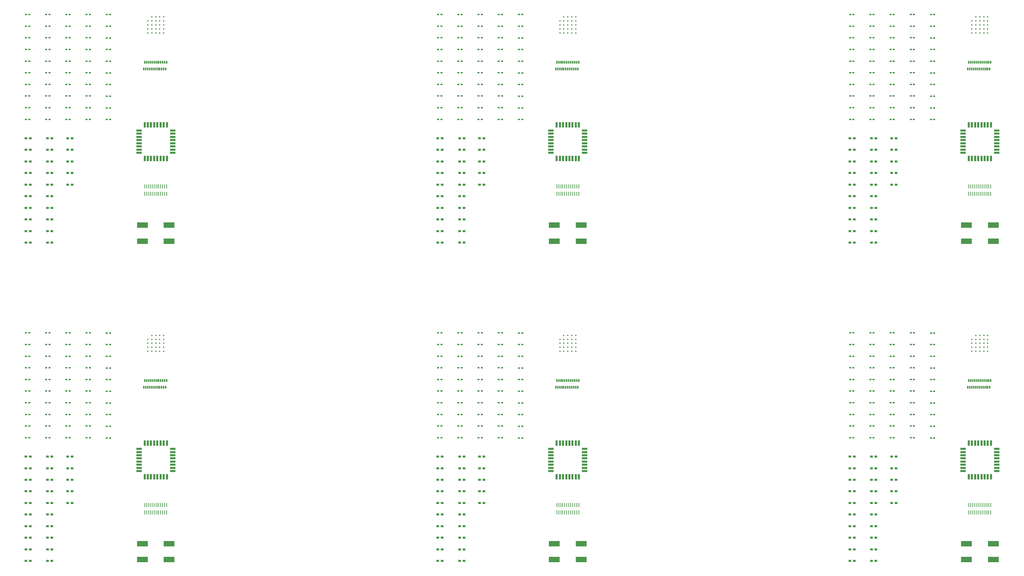
<source format=gbr>
%TF.GenerationSoftware,KiCad,Pcbnew,7.0.5*%
%TF.CreationDate,2023-07-11T12:40:00+01:00*%
%TF.ProjectId,PANELTEST141,50414e45-4c54-4455-9354-3134312e6b69,00.00*%
%TF.SameCoordinates,PX27b9fb5PYc4a79ca*%
%TF.FileFunction,Paste,Top*%
%TF.FilePolarity,Positive*%
%FSLAX46Y46*%
G04 Gerber Fmt 4.6, Leading zero omitted, Abs format (unit mm)*
G04 Created by KiCad (PCBNEW 7.0.5) date 2023-07-11 12:40:00*
%MOMM*%
%LPD*%
G01*
G04 APERTURE LIST*
%ADD10R,0.625000X0.400000*%
%ADD11R,1.475000X0.600000*%
%ADD12R,0.600000X1.475000*%
%ADD13R,0.750000X0.600000*%
%ADD14R,0.300000X0.700000*%
%ADD15R,0.280000X1.060000*%
%ADD16C,0.355600*%
%ADD17R,2.750000X1.400000*%
G04 APERTURE END LIST*
D10*
%TO.C,R2*%
X23683109Y78054079D03*
X24507109Y78054079D03*
%TD*%
%TO.C,R40*%
X142520679Y134710377D03*
X143344679Y134710377D03*
%TD*%
D11*
%TO.C,IC1*%
X259253489Y131907041D03*
X259253489Y131107041D03*
X259253489Y130307041D03*
X259253489Y129507041D03*
X259253489Y128707041D03*
X259253489Y127907041D03*
X259253489Y127107041D03*
X259253489Y126307041D03*
D12*
X260691489Y124869041D03*
X261491489Y124869041D03*
X262291489Y124869041D03*
X263091489Y124869041D03*
X263891489Y124869041D03*
X264691489Y124869041D03*
X265491489Y124869041D03*
X266291489Y124869041D03*
D11*
X267729489Y126307041D03*
X267729489Y127107041D03*
X267729489Y127907041D03*
X267729489Y128707041D03*
X267729489Y129507041D03*
X267729489Y130307041D03*
X267729489Y131107041D03*
X267729489Y131907041D03*
D12*
X266291489Y133345041D03*
X265491489Y133345041D03*
X264691489Y133345041D03*
X263891489Y133345041D03*
X263091489Y133345041D03*
X262291489Y133345041D03*
X261491489Y133345041D03*
X260691489Y133345041D03*
%TD*%
D10*
%TO.C,R37*%
X38920679Y63389269D03*
X39744679Y63389269D03*
%TD*%
%TO.C,R27*%
X33841489Y143509269D03*
X34665489Y143509269D03*
%TD*%
D13*
%TO.C,R108*%
X127229871Y109530377D03*
X128329871Y109530377D03*
%TD*%
D10*
%TO.C,R44*%
X43999871Y72146301D03*
X44823871Y72146301D03*
%TD*%
%TO.C,R36*%
X246120679Y66322231D03*
X246944679Y66322231D03*
%TD*%
%TO.C,R6*%
X230883109Y146442231D03*
X231707109Y146442231D03*
%TD*%
%TO.C,R37*%
X142520679Y143509269D03*
X143344679Y143509269D03*
%TD*%
%TO.C,R14*%
X132362299Y72188155D03*
X133186299Y72188155D03*
%TD*%
D14*
%TO.C,J1*%
X53541489Y68987035D03*
X54041489Y68987035D03*
X54541489Y68987035D03*
X55041489Y68987035D03*
X55541489Y68987035D03*
X56041489Y68987035D03*
X56541489Y68987035D03*
X57041489Y68987035D03*
X57541489Y68987035D03*
X58041489Y68987035D03*
X58541489Y68987035D03*
X59041489Y68987035D03*
X58791489Y67287035D03*
X58291489Y67287035D03*
X57791489Y67287035D03*
X57291489Y67287035D03*
X56791489Y67287035D03*
X56291489Y67287035D03*
X55791489Y67287035D03*
X55291489Y67287035D03*
X54791489Y67287035D03*
X54291489Y67287035D03*
X53791489Y67287035D03*
X53291489Y67287035D03*
%TD*%
D10*
%TO.C,R39*%
X142520679Y137643345D03*
X143344679Y137643345D03*
%TD*%
%TO.C,R21*%
X241041489Y161107041D03*
X241865489Y161107041D03*
%TD*%
%TO.C,R44*%
X43999871Y152266301D03*
X44823871Y152266301D03*
%TD*%
D13*
%TO.C,R108*%
X23629871Y29410377D03*
X24729871Y29410377D03*
%TD*%
%TO.C,R116*%
X236269871Y115370377D03*
X237369871Y115370377D03*
%TD*%
%TO.C,R125*%
X34116633Y38170377D03*
X35216633Y38170377D03*
%TD*%
D10*
%TO.C,R7*%
X127283109Y143509269D03*
X128107109Y143509269D03*
%TD*%
%TO.C,R29*%
X137441489Y137643345D03*
X138265489Y137643345D03*
%TD*%
%TO.C,R40*%
X38920679Y134710377D03*
X39744679Y134710377D03*
%TD*%
D11*
%TO.C,IC1*%
X52053489Y131907041D03*
X52053489Y131107041D03*
X52053489Y130307041D03*
X52053489Y129507041D03*
X52053489Y128707041D03*
X52053489Y127907041D03*
X52053489Y127107041D03*
X52053489Y126307041D03*
D12*
X53491489Y124869041D03*
X54291489Y124869041D03*
X55091489Y124869041D03*
X55891489Y124869041D03*
X56691489Y124869041D03*
X57491489Y124869041D03*
X58291489Y124869041D03*
X59091489Y124869041D03*
D11*
X60529489Y126307041D03*
X60529489Y127107041D03*
X60529489Y127907041D03*
X60529489Y128707041D03*
X60529489Y129507041D03*
X60529489Y130307041D03*
X60529489Y131107041D03*
X60529489Y131907041D03*
D12*
X59091489Y133345041D03*
X58291489Y133345041D03*
X57491489Y133345041D03*
X56691489Y133345041D03*
X55891489Y133345041D03*
X55091489Y133345041D03*
X54291489Y133345041D03*
X53491489Y133345041D03*
%TD*%
D10*
%TO.C,R21*%
X33841489Y161107041D03*
X34665489Y161107041D03*
%TD*%
%TO.C,R11*%
X132362299Y161107041D03*
X133186299Y161107041D03*
%TD*%
%TO.C,R42*%
X43999871Y158132225D03*
X44823871Y158132225D03*
%TD*%
%TO.C,R17*%
X28762299Y63389269D03*
X29586299Y63389269D03*
%TD*%
%TO.C,R18*%
X28762299Y140576307D03*
X29586299Y140576307D03*
%TD*%
D13*
%TO.C,R121*%
X137719871Y49850377D03*
X138819871Y49850377D03*
%TD*%
D10*
%TO.C,R36*%
X38920679Y146442231D03*
X39744679Y146442231D03*
%TD*%
%TO.C,R19*%
X132362299Y57523345D03*
X133186299Y57523345D03*
%TD*%
%TO.C,R38*%
X142520679Y140576307D03*
X143344679Y140576307D03*
%TD*%
D13*
%TO.C,R105*%
X23629871Y118290377D03*
X24729871Y118290377D03*
%TD*%
D10*
%TO.C,R23*%
X137441489Y75121117D03*
X138265489Y75121117D03*
%TD*%
D11*
%TO.C,IC1*%
X259253489Y51787041D03*
X259253489Y50987041D03*
X259253489Y50187041D03*
X259253489Y49387041D03*
X259253489Y48587041D03*
X259253489Y47787041D03*
X259253489Y46987041D03*
X259253489Y46187041D03*
D12*
X260691489Y44749041D03*
X261491489Y44749041D03*
X262291489Y44749041D03*
X263091489Y44749041D03*
X263891489Y44749041D03*
X264691489Y44749041D03*
X265491489Y44749041D03*
X266291489Y44749041D03*
D11*
X267729489Y46187041D03*
X267729489Y46987041D03*
X267729489Y47787041D03*
X267729489Y48587041D03*
X267729489Y49387041D03*
X267729489Y50187041D03*
X267729489Y50987041D03*
X267729489Y51787041D03*
D12*
X266291489Y53225041D03*
X265491489Y53225041D03*
X264691489Y53225041D03*
X263891489Y53225041D03*
X263091489Y53225041D03*
X262291489Y53225041D03*
X261491489Y53225041D03*
X260691489Y53225041D03*
%TD*%
D10*
%TO.C,R48*%
X251199871Y140534453D03*
X252023871Y140534453D03*
%TD*%
%TO.C,R41*%
X43999871Y80945187D03*
X44823871Y80945187D03*
%TD*%
%TO.C,R39*%
X142520679Y57523345D03*
X143344679Y57523345D03*
%TD*%
D13*
%TO.C,R102*%
X23629871Y127050377D03*
X24729871Y127050377D03*
%TD*%
D10*
%TO.C,R19*%
X28762299Y137643345D03*
X29586299Y137643345D03*
%TD*%
%TO.C,R43*%
X147599871Y75079263D03*
X148423871Y75079263D03*
%TD*%
%TO.C,R46*%
X251199871Y146400377D03*
X252023871Y146400377D03*
%TD*%
%TO.C,R13*%
X132362299Y75121117D03*
X133186299Y75121117D03*
%TD*%
%TO.C,R49*%
X147599871Y57481491D03*
X148423871Y57481491D03*
%TD*%
D13*
%TO.C,R106*%
X127229871Y35250377D03*
X128329871Y35250377D03*
%TD*%
D10*
%TO.C,R23*%
X137441489Y155241117D03*
X138265489Y155241117D03*
%TD*%
D13*
%TO.C,R114*%
X29069871Y121210377D03*
X30169871Y121210377D03*
%TD*%
D10*
%TO.C,R42*%
X43999871Y78012225D03*
X44823871Y78012225D03*
%TD*%
%TO.C,R45*%
X251199871Y149333339D03*
X252023871Y149333339D03*
%TD*%
%TO.C,R22*%
X137441489Y78054079D03*
X138265489Y78054079D03*
%TD*%
D13*
%TO.C,R120*%
X132669871Y23570377D03*
X133769871Y23570377D03*
%TD*%
D10*
%TO.C,R31*%
X246120679Y80987041D03*
X246944679Y80987041D03*
%TD*%
%TO.C,R13*%
X235962299Y75121117D03*
X236786299Y75121117D03*
%TD*%
%TO.C,R20*%
X132362299Y54590377D03*
X133186299Y54590377D03*
%TD*%
D13*
%TO.C,R109*%
X23629871Y26490377D03*
X24729871Y26490377D03*
%TD*%
%TO.C,R114*%
X29069871Y41090377D03*
X30169871Y41090377D03*
%TD*%
%TO.C,R115*%
X29069871Y38170377D03*
X30169871Y38170377D03*
%TD*%
%TO.C,R102*%
X127229871Y127050377D03*
X128329871Y127050377D03*
%TD*%
D10*
%TO.C,R7*%
X230883109Y143509269D03*
X231707109Y143509269D03*
%TD*%
%TO.C,R27*%
X241041489Y63389269D03*
X241865489Y63389269D03*
%TD*%
%TO.C,R20*%
X235962299Y54590377D03*
X236786299Y54590377D03*
%TD*%
%TO.C,R48*%
X147599871Y140534453D03*
X148423871Y140534453D03*
%TD*%
D13*
%TO.C,R121*%
X137719871Y129970377D03*
X138819871Y129970377D03*
%TD*%
D10*
%TO.C,R41*%
X147599871Y80945187D03*
X148423871Y80945187D03*
%TD*%
%TO.C,R38*%
X142520679Y60456307D03*
X143344679Y60456307D03*
%TD*%
%TO.C,R19*%
X132362299Y137643345D03*
X133186299Y137643345D03*
%TD*%
D14*
%TO.C,J1*%
X260741489Y68987035D03*
X261241489Y68987035D03*
X261741489Y68987035D03*
X262241489Y68987035D03*
X262741489Y68987035D03*
X263241489Y68987035D03*
X263741489Y68987035D03*
X264241489Y68987035D03*
X264741489Y68987035D03*
X265241489Y68987035D03*
X265741489Y68987035D03*
X266241489Y68987035D03*
X265991489Y67287035D03*
X265491489Y67287035D03*
X264991489Y67287035D03*
X264491489Y67287035D03*
X263991489Y67287035D03*
X263491489Y67287035D03*
X262991489Y67287035D03*
X262491489Y67287035D03*
X261991489Y67287035D03*
X261491489Y67287035D03*
X260991489Y67287035D03*
X260491489Y67287035D03*
%TD*%
D10*
%TO.C,R15*%
X235962299Y69255193D03*
X236786299Y69255193D03*
%TD*%
D13*
%TO.C,R117*%
X132669871Y112450377D03*
X133769871Y112450377D03*
%TD*%
%TO.C,R120*%
X132669871Y103690377D03*
X133769871Y103690377D03*
%TD*%
%TO.C,R110*%
X230829871Y23570377D03*
X231929871Y23570377D03*
%TD*%
D14*
%TO.C,J1*%
X157141489Y68987035D03*
X157641489Y68987035D03*
X158141489Y68987035D03*
X158641489Y68987035D03*
X159141489Y68987035D03*
X159641489Y68987035D03*
X160141489Y68987035D03*
X160641489Y68987035D03*
X161141489Y68987035D03*
X161641489Y68987035D03*
X162141489Y68987035D03*
X162641489Y68987035D03*
X162391489Y67287035D03*
X161891489Y67287035D03*
X161391489Y67287035D03*
X160891489Y67287035D03*
X160391489Y67287035D03*
X159891489Y67287035D03*
X159391489Y67287035D03*
X158891489Y67287035D03*
X158391489Y67287035D03*
X157891489Y67287035D03*
X157391489Y67287035D03*
X156891489Y67287035D03*
%TD*%
D13*
%TO.C,R104*%
X127229871Y121210377D03*
X128329871Y121210377D03*
%TD*%
D10*
%TO.C,R43*%
X43999871Y155199263D03*
X44823871Y155199263D03*
%TD*%
%TO.C,R18*%
X132362299Y60456307D03*
X133186299Y60456307D03*
%TD*%
D13*
%TO.C,R105*%
X127229871Y38170377D03*
X128329871Y38170377D03*
%TD*%
%TO.C,R103*%
X23629871Y44010377D03*
X24729871Y44010377D03*
%TD*%
%TO.C,R125*%
X241316633Y118290377D03*
X242416633Y118290377D03*
%TD*%
D10*
%TO.C,R23*%
X33841489Y75121117D03*
X34665489Y75121117D03*
%TD*%
D13*
%TO.C,R114*%
X236269871Y121210377D03*
X237369871Y121210377D03*
%TD*%
%TO.C,R105*%
X23629871Y38170377D03*
X24729871Y38170377D03*
%TD*%
D10*
%TO.C,R17*%
X235962299Y63389269D03*
X236786299Y63389269D03*
%TD*%
%TO.C,R11*%
X132362299Y80987041D03*
X133186299Y80987041D03*
%TD*%
%TO.C,R8*%
X127283109Y60456307D03*
X128107109Y60456307D03*
%TD*%
D13*
%TO.C,R114*%
X132669871Y41090377D03*
X133769871Y41090377D03*
%TD*%
%TO.C,R111*%
X236269871Y129970377D03*
X237369871Y129970377D03*
%TD*%
D10*
%TO.C,R6*%
X23683109Y146442231D03*
X24507109Y146442231D03*
%TD*%
%TO.C,R13*%
X132362299Y155241117D03*
X133186299Y155241117D03*
%TD*%
%TO.C,R33*%
X246120679Y75121117D03*
X246944679Y75121117D03*
%TD*%
%TO.C,R39*%
X38920679Y137643345D03*
X39744679Y137643345D03*
%TD*%
%TO.C,R6*%
X23683109Y66322231D03*
X24507109Y66322231D03*
%TD*%
%TO.C,R4*%
X230883109Y72188155D03*
X231707109Y72188155D03*
%TD*%
D13*
%TO.C,R105*%
X230829871Y118290377D03*
X231929871Y118290377D03*
%TD*%
D10*
%TO.C,R9*%
X23683109Y57523345D03*
X24507109Y57523345D03*
%TD*%
%TO.C,R42*%
X147599871Y158132225D03*
X148423871Y158132225D03*
%TD*%
D13*
%TO.C,R104*%
X127229871Y41090377D03*
X128329871Y41090377D03*
%TD*%
D10*
%TO.C,R17*%
X235962299Y143509269D03*
X236786299Y143509269D03*
%TD*%
%TO.C,R46*%
X147599871Y146400377D03*
X148423871Y146400377D03*
%TD*%
D13*
%TO.C,R118*%
X132669871Y109530377D03*
X133769871Y109530377D03*
%TD*%
%TO.C,R108*%
X230829871Y109530377D03*
X231929871Y109530377D03*
%TD*%
D10*
%TO.C,R32*%
X142520679Y78054079D03*
X143344679Y78054079D03*
%TD*%
%TO.C,R49*%
X43999871Y57481491D03*
X44823871Y57481491D03*
%TD*%
%TO.C,R25*%
X241041489Y149375193D03*
X241865489Y149375193D03*
%TD*%
%TO.C,R15*%
X235962299Y149375193D03*
X236786299Y149375193D03*
%TD*%
%TO.C,R9*%
X127283109Y137643345D03*
X128107109Y137643345D03*
%TD*%
D13*
%TO.C,R123*%
X241316633Y44010377D03*
X242416633Y44010377D03*
%TD*%
%TO.C,R117*%
X29069871Y32330377D03*
X30169871Y32330377D03*
%TD*%
D10*
%TO.C,R4*%
X127283109Y72188155D03*
X128107109Y72188155D03*
%TD*%
%TO.C,R4*%
X127283109Y152308155D03*
X128107109Y152308155D03*
%TD*%
%TO.C,R35*%
X246120679Y149375193D03*
X246944679Y149375193D03*
%TD*%
%TO.C,R45*%
X147599871Y149333339D03*
X148423871Y149333339D03*
%TD*%
%TO.C,R12*%
X132362299Y158174079D03*
X133186299Y158174079D03*
%TD*%
D15*
%TO.C,J2*%
X162641484Y117797039D03*
X162141485Y117797039D03*
X161641486Y117797039D03*
X161141487Y117797039D03*
X160641488Y117797039D03*
X160141489Y117797039D03*
X159641489Y117797039D03*
X159141490Y117797039D03*
X158641491Y117797039D03*
X158141492Y117797039D03*
X157641493Y117797039D03*
X157141494Y117797039D03*
X157141494Y115937043D03*
X157641493Y115937043D03*
X158141492Y115937043D03*
X158641491Y115937043D03*
X159141490Y115937043D03*
X159641489Y115937043D03*
X160141489Y115937043D03*
X160641488Y115937043D03*
X161141487Y115937043D03*
X161641486Y115937043D03*
X162141485Y115937043D03*
X162641484Y115937043D03*
%TD*%
D10*
%TO.C,R45*%
X251199871Y69213339D03*
X252023871Y69213339D03*
%TD*%
D13*
%TO.C,R102*%
X23629871Y46930377D03*
X24729871Y46930377D03*
%TD*%
D10*
%TO.C,R18*%
X28762299Y60456307D03*
X29586299Y60456307D03*
%TD*%
%TO.C,R2*%
X23683109Y158174079D03*
X24507109Y158174079D03*
%TD*%
D15*
%TO.C,J2*%
X59041484Y117797039D03*
X58541485Y117797039D03*
X58041486Y117797039D03*
X57541487Y117797039D03*
X57041488Y117797039D03*
X56541489Y117797039D03*
X56041489Y117797039D03*
X55541490Y117797039D03*
X55041491Y117797039D03*
X54541492Y117797039D03*
X54041493Y117797039D03*
X53541494Y117797039D03*
X53541494Y115937043D03*
X54041493Y115937043D03*
X54541492Y115937043D03*
X55041491Y115937043D03*
X55541490Y115937043D03*
X56041489Y115937043D03*
X56541489Y115937043D03*
X57041488Y115937043D03*
X57541487Y115937043D03*
X58041486Y115937043D03*
X58541485Y115937043D03*
X59041484Y115937043D03*
%TD*%
D13*
%TO.C,R113*%
X132669871Y124130377D03*
X133769871Y124130377D03*
%TD*%
%TO.C,R124*%
X241316633Y121210377D03*
X242416633Y121210377D03*
%TD*%
D10*
%TO.C,R24*%
X241041489Y72188155D03*
X241865489Y72188155D03*
%TD*%
D15*
%TO.C,J2*%
X59041484Y37677039D03*
X58541485Y37677039D03*
X58041486Y37677039D03*
X57541487Y37677039D03*
X57041488Y37677039D03*
X56541489Y37677039D03*
X56041489Y37677039D03*
X55541490Y37677039D03*
X55041491Y37677039D03*
X54541492Y37677039D03*
X54041493Y37677039D03*
X53541494Y37677039D03*
X53541494Y35817043D03*
X54041493Y35817043D03*
X54541492Y35817043D03*
X55041491Y35817043D03*
X55541490Y35817043D03*
X56041489Y35817043D03*
X56541489Y35817043D03*
X57041488Y35817043D03*
X57541487Y35817043D03*
X58041486Y35817043D03*
X58541485Y35817043D03*
X59041484Y35817043D03*
%TD*%
D10*
%TO.C,R16*%
X28762299Y146442231D03*
X29586299Y146442231D03*
%TD*%
D13*
%TO.C,R112*%
X29069871Y127050377D03*
X30169871Y127050377D03*
%TD*%
%TO.C,R104*%
X230829871Y41090377D03*
X231929871Y41090377D03*
%TD*%
D10*
%TO.C,R34*%
X142520679Y72188155D03*
X143344679Y72188155D03*
%TD*%
D13*
%TO.C,R121*%
X241319871Y49850377D03*
X242419871Y49850377D03*
%TD*%
%TO.C,R112*%
X236269871Y46930377D03*
X237369871Y46930377D03*
%TD*%
D10*
%TO.C,R26*%
X137441489Y146442231D03*
X138265489Y146442231D03*
%TD*%
%TO.C,R50*%
X147599871Y134668523D03*
X148423871Y134668523D03*
%TD*%
%TO.C,R6*%
X127283109Y66322231D03*
X128107109Y66322231D03*
%TD*%
%TO.C,R31*%
X142520679Y161107041D03*
X143344679Y161107041D03*
%TD*%
D16*
%TO.C,IC2*%
X55291491Y160477035D03*
X56291489Y160477035D03*
X57291487Y160477035D03*
X58291485Y160477035D03*
X54291493Y159477037D03*
X55291491Y159477037D03*
X56291489Y159477037D03*
X57291487Y159477037D03*
X58291485Y159477037D03*
X54291493Y158477039D03*
X55291491Y158477039D03*
X56291489Y158477039D03*
X57291487Y158477039D03*
X58291485Y158477039D03*
X54291493Y157477041D03*
X55291491Y157477041D03*
X56291489Y157477041D03*
X57291487Y157477041D03*
X58291485Y157477041D03*
X54291493Y156477043D03*
X55291491Y156477043D03*
X56291489Y156477043D03*
X57291487Y156477043D03*
X58291485Y156477043D03*
%TD*%
D10*
%TO.C,R6*%
X230883109Y66322231D03*
X231707109Y66322231D03*
%TD*%
%TO.C,R25*%
X241041489Y69255193D03*
X241865489Y69255193D03*
%TD*%
D17*
%TO.C,SW1*%
X260116495Y108067037D03*
X266866482Y108067037D03*
X260116495Y104067045D03*
X266866482Y104067045D03*
%TD*%
D13*
%TO.C,R107*%
X230829871Y112450377D03*
X231929871Y112450377D03*
%TD*%
%TO.C,R123*%
X34116633Y44010377D03*
X35216633Y44010377D03*
%TD*%
D10*
%TO.C,R42*%
X251199871Y78012225D03*
X252023871Y78012225D03*
%TD*%
%TO.C,R4*%
X23683109Y152308155D03*
X24507109Y152308155D03*
%TD*%
%TO.C,R31*%
X38920679Y161107041D03*
X39744679Y161107041D03*
%TD*%
%TO.C,R37*%
X142520679Y63389269D03*
X143344679Y63389269D03*
%TD*%
%TO.C,R8*%
X23683109Y60456307D03*
X24507109Y60456307D03*
%TD*%
%TO.C,R42*%
X251199871Y158132225D03*
X252023871Y158132225D03*
%TD*%
%TO.C,R41*%
X251199871Y161065187D03*
X252023871Y161065187D03*
%TD*%
D13*
%TO.C,R118*%
X29069871Y109530377D03*
X30169871Y109530377D03*
%TD*%
D10*
%TO.C,R21*%
X137441489Y80987041D03*
X138265489Y80987041D03*
%TD*%
%TO.C,R28*%
X33841489Y140576307D03*
X34665489Y140576307D03*
%TD*%
D13*
%TO.C,R117*%
X29069871Y112450377D03*
X30169871Y112450377D03*
%TD*%
D10*
%TO.C,R30*%
X137441489Y54590377D03*
X138265489Y54590377D03*
%TD*%
D13*
%TO.C,R104*%
X230829871Y121210377D03*
X231929871Y121210377D03*
%TD*%
D10*
%TO.C,R46*%
X147599871Y66280377D03*
X148423871Y66280377D03*
%TD*%
%TO.C,R8*%
X127283109Y140576307D03*
X128107109Y140576307D03*
%TD*%
D14*
%TO.C,J1*%
X260741489Y149107035D03*
X261241489Y149107035D03*
X261741489Y149107035D03*
X262241489Y149107035D03*
X262741489Y149107035D03*
X263241489Y149107035D03*
X263741489Y149107035D03*
X264241489Y149107035D03*
X264741489Y149107035D03*
X265241489Y149107035D03*
X265741489Y149107035D03*
X266241489Y149107035D03*
X265991489Y147407035D03*
X265491489Y147407035D03*
X264991489Y147407035D03*
X264491489Y147407035D03*
X263991489Y147407035D03*
X263491489Y147407035D03*
X262991489Y147407035D03*
X262491489Y147407035D03*
X261991489Y147407035D03*
X261491489Y147407035D03*
X260991489Y147407035D03*
X260491489Y147407035D03*
%TD*%
D10*
%TO.C,R38*%
X246120679Y140576307D03*
X246944679Y140576307D03*
%TD*%
D13*
%TO.C,R119*%
X132669871Y106610377D03*
X133769871Y106610377D03*
%TD*%
D10*
%TO.C,R1*%
X230883109Y80987041D03*
X231707109Y80987041D03*
%TD*%
D13*
%TO.C,R120*%
X236269871Y103690377D03*
X237369871Y103690377D03*
%TD*%
%TO.C,R103*%
X230829871Y44010377D03*
X231929871Y44010377D03*
%TD*%
D10*
%TO.C,R3*%
X127283109Y75121117D03*
X128107109Y75121117D03*
%TD*%
D13*
%TO.C,R103*%
X23629871Y124130377D03*
X24729871Y124130377D03*
%TD*%
D10*
%TO.C,R33*%
X38920679Y75121117D03*
X39744679Y75121117D03*
%TD*%
%TO.C,R22*%
X137441489Y158174079D03*
X138265489Y158174079D03*
%TD*%
D13*
%TO.C,R122*%
X34116633Y127050377D03*
X35216633Y127050377D03*
%TD*%
D10*
%TO.C,R28*%
X241041489Y60456307D03*
X241865489Y60456307D03*
%TD*%
%TO.C,R43*%
X251199871Y75079263D03*
X252023871Y75079263D03*
%TD*%
%TO.C,R38*%
X38920679Y140576307D03*
X39744679Y140576307D03*
%TD*%
%TO.C,R49*%
X251199871Y57481491D03*
X252023871Y57481491D03*
%TD*%
%TO.C,R25*%
X137441489Y69255193D03*
X138265489Y69255193D03*
%TD*%
%TO.C,R17*%
X28762299Y143509269D03*
X29586299Y143509269D03*
%TD*%
%TO.C,R5*%
X23683109Y69255193D03*
X24507109Y69255193D03*
%TD*%
%TO.C,R5*%
X127283109Y69255193D03*
X128107109Y69255193D03*
%TD*%
%TO.C,R35*%
X246120679Y69255193D03*
X246944679Y69255193D03*
%TD*%
%TO.C,R9*%
X23683109Y137643345D03*
X24507109Y137643345D03*
%TD*%
D16*
%TO.C,IC2*%
X262491491Y160477035D03*
X263491489Y160477035D03*
X264491487Y160477035D03*
X265491485Y160477035D03*
X261491493Y159477037D03*
X262491491Y159477037D03*
X263491489Y159477037D03*
X264491487Y159477037D03*
X265491485Y159477037D03*
X261491493Y158477039D03*
X262491491Y158477039D03*
X263491489Y158477039D03*
X264491487Y158477039D03*
X265491485Y158477039D03*
X261491493Y157477041D03*
X262491491Y157477041D03*
X263491489Y157477041D03*
X264491487Y157477041D03*
X265491485Y157477041D03*
X261491493Y156477043D03*
X262491491Y156477043D03*
X263491489Y156477043D03*
X264491487Y156477043D03*
X265491485Y156477043D03*
%TD*%
D10*
%TO.C,R50*%
X147599871Y54548523D03*
X148423871Y54548523D03*
%TD*%
D15*
%TO.C,J2*%
X266241484Y117797039D03*
X265741485Y117797039D03*
X265241486Y117797039D03*
X264741487Y117797039D03*
X264241488Y117797039D03*
X263741489Y117797039D03*
X263241489Y117797039D03*
X262741490Y117797039D03*
X262241491Y117797039D03*
X261741492Y117797039D03*
X261241493Y117797039D03*
X260741494Y117797039D03*
X260741494Y115937043D03*
X261241493Y115937043D03*
X261741492Y115937043D03*
X262241491Y115937043D03*
X262741490Y115937043D03*
X263241489Y115937043D03*
X263741489Y115937043D03*
X264241488Y115937043D03*
X264741487Y115937043D03*
X265241486Y115937043D03*
X265741485Y115937043D03*
X266241484Y115937043D03*
%TD*%
D13*
%TO.C,R106*%
X230829871Y115370377D03*
X231929871Y115370377D03*
%TD*%
D10*
%TO.C,R48*%
X251199871Y60414453D03*
X252023871Y60414453D03*
%TD*%
%TO.C,R50*%
X251199871Y54548523D03*
X252023871Y54548523D03*
%TD*%
%TO.C,R13*%
X28762299Y75121117D03*
X29586299Y75121117D03*
%TD*%
%TO.C,R45*%
X43999871Y149333339D03*
X44823871Y149333339D03*
%TD*%
D13*
%TO.C,R119*%
X29069871Y26490377D03*
X30169871Y26490377D03*
%TD*%
D10*
%TO.C,R1*%
X127283109Y161107041D03*
X128107109Y161107041D03*
%TD*%
%TO.C,R20*%
X28762299Y54590377D03*
X29586299Y54590377D03*
%TD*%
%TO.C,R3*%
X23683109Y155241117D03*
X24507109Y155241117D03*
%TD*%
%TO.C,R39*%
X246120679Y137643345D03*
X246944679Y137643345D03*
%TD*%
%TO.C,R3*%
X230883109Y75121117D03*
X231707109Y75121117D03*
%TD*%
%TO.C,R33*%
X246120679Y155241117D03*
X246944679Y155241117D03*
%TD*%
%TO.C,R3*%
X23683109Y75121117D03*
X24507109Y75121117D03*
%TD*%
%TO.C,R40*%
X246120679Y54590377D03*
X246944679Y54590377D03*
%TD*%
%TO.C,R10*%
X23683109Y54590377D03*
X24507109Y54590377D03*
%TD*%
%TO.C,R45*%
X43999871Y69213339D03*
X44823871Y69213339D03*
%TD*%
%TO.C,R44*%
X147599871Y72146301D03*
X148423871Y72146301D03*
%TD*%
%TO.C,R12*%
X235962299Y78054079D03*
X236786299Y78054079D03*
%TD*%
D11*
%TO.C,IC1*%
X155653489Y131907041D03*
X155653489Y131107041D03*
X155653489Y130307041D03*
X155653489Y129507041D03*
X155653489Y128707041D03*
X155653489Y127907041D03*
X155653489Y127107041D03*
X155653489Y126307041D03*
D12*
X157091489Y124869041D03*
X157891489Y124869041D03*
X158691489Y124869041D03*
X159491489Y124869041D03*
X160291489Y124869041D03*
X161091489Y124869041D03*
X161891489Y124869041D03*
X162691489Y124869041D03*
D11*
X164129489Y126307041D03*
X164129489Y127107041D03*
X164129489Y127907041D03*
X164129489Y128707041D03*
X164129489Y129507041D03*
X164129489Y130307041D03*
X164129489Y131107041D03*
X164129489Y131907041D03*
D12*
X162691489Y133345041D03*
X161891489Y133345041D03*
X161091489Y133345041D03*
X160291489Y133345041D03*
X159491489Y133345041D03*
X158691489Y133345041D03*
X157891489Y133345041D03*
X157091489Y133345041D03*
%TD*%
D16*
%TO.C,IC2*%
X158891491Y80357035D03*
X159891489Y80357035D03*
X160891487Y80357035D03*
X161891485Y80357035D03*
X157891493Y79357037D03*
X158891491Y79357037D03*
X159891489Y79357037D03*
X160891487Y79357037D03*
X161891485Y79357037D03*
X157891493Y78357039D03*
X158891491Y78357039D03*
X159891489Y78357039D03*
X160891487Y78357039D03*
X161891485Y78357039D03*
X157891493Y77357041D03*
X158891491Y77357041D03*
X159891489Y77357041D03*
X160891487Y77357041D03*
X161891485Y77357041D03*
X157891493Y76357043D03*
X158891491Y76357043D03*
X159891489Y76357043D03*
X160891487Y76357043D03*
X161891485Y76357043D03*
%TD*%
D10*
%TO.C,R22*%
X33841489Y78054079D03*
X34665489Y78054079D03*
%TD*%
%TO.C,R39*%
X246120679Y57523345D03*
X246944679Y57523345D03*
%TD*%
D17*
%TO.C,SW1*%
X260116495Y27947037D03*
X266866482Y27947037D03*
X260116495Y23947045D03*
X266866482Y23947045D03*
%TD*%
D10*
%TO.C,R33*%
X142520679Y75121117D03*
X143344679Y75121117D03*
%TD*%
%TO.C,R2*%
X127283109Y158174079D03*
X128107109Y158174079D03*
%TD*%
D13*
%TO.C,R107*%
X127229871Y112450377D03*
X128329871Y112450377D03*
%TD*%
D10*
%TO.C,R29*%
X241041489Y57523345D03*
X241865489Y57523345D03*
%TD*%
%TO.C,R12*%
X235962299Y158174079D03*
X236786299Y158174079D03*
%TD*%
%TO.C,R7*%
X23683109Y63389269D03*
X24507109Y63389269D03*
%TD*%
%TO.C,R16*%
X28762299Y66322231D03*
X29586299Y66322231D03*
%TD*%
%TO.C,R50*%
X43999871Y54548523D03*
X44823871Y54548523D03*
%TD*%
%TO.C,R43*%
X251199871Y155199263D03*
X252023871Y155199263D03*
%TD*%
D15*
%TO.C,J2*%
X266241484Y37677039D03*
X265741485Y37677039D03*
X265241486Y37677039D03*
X264741487Y37677039D03*
X264241488Y37677039D03*
X263741489Y37677039D03*
X263241489Y37677039D03*
X262741490Y37677039D03*
X262241491Y37677039D03*
X261741492Y37677039D03*
X261241493Y37677039D03*
X260741494Y37677039D03*
X260741494Y35817043D03*
X261241493Y35817043D03*
X261741492Y35817043D03*
X262241491Y35817043D03*
X262741490Y35817043D03*
X263241489Y35817043D03*
X263741489Y35817043D03*
X264241488Y35817043D03*
X264741487Y35817043D03*
X265241486Y35817043D03*
X265741485Y35817043D03*
X266241484Y35817043D03*
%TD*%
D10*
%TO.C,R50*%
X251199871Y134668523D03*
X252023871Y134668523D03*
%TD*%
D13*
%TO.C,R104*%
X23629871Y121210377D03*
X24729871Y121210377D03*
%TD*%
D10*
%TO.C,R49*%
X147599871Y137601491D03*
X148423871Y137601491D03*
%TD*%
D13*
%TO.C,R112*%
X132669871Y46930377D03*
X133769871Y46930377D03*
%TD*%
D10*
%TO.C,R43*%
X43999871Y75079263D03*
X44823871Y75079263D03*
%TD*%
%TO.C,R15*%
X28762299Y149375193D03*
X29586299Y149375193D03*
%TD*%
%TO.C,R29*%
X33841489Y137643345D03*
X34665489Y137643345D03*
%TD*%
D13*
%TO.C,R123*%
X137716633Y44010377D03*
X138816633Y44010377D03*
%TD*%
%TO.C,R122*%
X241316633Y127050377D03*
X242416633Y127050377D03*
%TD*%
D10*
%TO.C,R44*%
X251199871Y152266301D03*
X252023871Y152266301D03*
%TD*%
%TO.C,R18*%
X235962299Y140576307D03*
X236786299Y140576307D03*
%TD*%
D13*
%TO.C,R108*%
X127229871Y29410377D03*
X128329871Y29410377D03*
%TD*%
D10*
%TO.C,R12*%
X28762299Y158174079D03*
X29586299Y158174079D03*
%TD*%
%TO.C,R48*%
X43999871Y140534453D03*
X44823871Y140534453D03*
%TD*%
D13*
%TO.C,R123*%
X241316633Y124130377D03*
X242416633Y124130377D03*
%TD*%
D10*
%TO.C,R31*%
X38920679Y80987041D03*
X39744679Y80987041D03*
%TD*%
%TO.C,R32*%
X246120679Y158174079D03*
X246944679Y158174079D03*
%TD*%
D13*
%TO.C,R122*%
X34116633Y46930377D03*
X35216633Y46930377D03*
%TD*%
%TO.C,R109*%
X127229871Y26490377D03*
X128329871Y26490377D03*
%TD*%
%TO.C,R107*%
X230829871Y32330377D03*
X231929871Y32330377D03*
%TD*%
D10*
%TO.C,R10*%
X23683109Y134710377D03*
X24507109Y134710377D03*
%TD*%
D13*
%TO.C,R111*%
X132669871Y129970377D03*
X133769871Y129970377D03*
%TD*%
D10*
%TO.C,R11*%
X28762299Y80987041D03*
X29586299Y80987041D03*
%TD*%
%TO.C,R10*%
X127283109Y134710377D03*
X128107109Y134710377D03*
%TD*%
D13*
%TO.C,R118*%
X29069871Y29410377D03*
X30169871Y29410377D03*
%TD*%
D10*
%TO.C,R8*%
X230883109Y140576307D03*
X231707109Y140576307D03*
%TD*%
%TO.C,R26*%
X33841489Y66322231D03*
X34665489Y66322231D03*
%TD*%
%TO.C,R47*%
X147599871Y63347415D03*
X148423871Y63347415D03*
%TD*%
D17*
%TO.C,SW1*%
X156516495Y27947037D03*
X163266482Y27947037D03*
X156516495Y23947045D03*
X163266482Y23947045D03*
%TD*%
D10*
%TO.C,R38*%
X246120679Y60456307D03*
X246944679Y60456307D03*
%TD*%
D17*
%TO.C,SW1*%
X52916495Y27947037D03*
X59666482Y27947037D03*
X52916495Y23947045D03*
X59666482Y23947045D03*
%TD*%
D10*
%TO.C,R34*%
X38920679Y152308155D03*
X39744679Y152308155D03*
%TD*%
D13*
%TO.C,R115*%
X29069871Y118290377D03*
X30169871Y118290377D03*
%TD*%
D10*
%TO.C,R14*%
X132362299Y152308155D03*
X133186299Y152308155D03*
%TD*%
D13*
%TO.C,R108*%
X230829871Y29410377D03*
X231929871Y29410377D03*
%TD*%
D10*
%TO.C,R24*%
X33841489Y152308155D03*
X34665489Y152308155D03*
%TD*%
%TO.C,R45*%
X147599871Y69213339D03*
X148423871Y69213339D03*
%TD*%
%TO.C,R30*%
X33841489Y134710377D03*
X34665489Y134710377D03*
%TD*%
%TO.C,R7*%
X127283109Y63389269D03*
X128107109Y63389269D03*
%TD*%
D13*
%TO.C,R118*%
X236269871Y29410377D03*
X237369871Y29410377D03*
%TD*%
%TO.C,R113*%
X29069871Y44010377D03*
X30169871Y44010377D03*
%TD*%
D10*
%TO.C,R30*%
X33841489Y54590377D03*
X34665489Y54590377D03*
%TD*%
D13*
%TO.C,R106*%
X23629871Y35250377D03*
X24729871Y35250377D03*
%TD*%
D10*
%TO.C,R31*%
X246120679Y161107041D03*
X246944679Y161107041D03*
%TD*%
%TO.C,R20*%
X235962299Y134710377D03*
X236786299Y134710377D03*
%TD*%
D13*
%TO.C,R120*%
X29069871Y103690377D03*
X30169871Y103690377D03*
%TD*%
D10*
%TO.C,R40*%
X246120679Y134710377D03*
X246944679Y134710377D03*
%TD*%
%TO.C,R29*%
X137441489Y57523345D03*
X138265489Y57523345D03*
%TD*%
D11*
%TO.C,IC1*%
X52053489Y51787041D03*
X52053489Y50987041D03*
X52053489Y50187041D03*
X52053489Y49387041D03*
X52053489Y48587041D03*
X52053489Y47787041D03*
X52053489Y46987041D03*
X52053489Y46187041D03*
D12*
X53491489Y44749041D03*
X54291489Y44749041D03*
X55091489Y44749041D03*
X55891489Y44749041D03*
X56691489Y44749041D03*
X57491489Y44749041D03*
X58291489Y44749041D03*
X59091489Y44749041D03*
D11*
X60529489Y46187041D03*
X60529489Y46987041D03*
X60529489Y47787041D03*
X60529489Y48587041D03*
X60529489Y49387041D03*
X60529489Y50187041D03*
X60529489Y50987041D03*
X60529489Y51787041D03*
D12*
X59091489Y53225041D03*
X58291489Y53225041D03*
X57491489Y53225041D03*
X56691489Y53225041D03*
X55891489Y53225041D03*
X55091489Y53225041D03*
X54291489Y53225041D03*
X53491489Y53225041D03*
%TD*%
D10*
%TO.C,R46*%
X43999871Y146400377D03*
X44823871Y146400377D03*
%TD*%
%TO.C,R48*%
X43999871Y60414453D03*
X44823871Y60414453D03*
%TD*%
%TO.C,R3*%
X230883109Y155241117D03*
X231707109Y155241117D03*
%TD*%
%TO.C,R16*%
X132362299Y146442231D03*
X133186299Y146442231D03*
%TD*%
%TO.C,R4*%
X23683109Y72188155D03*
X24507109Y72188155D03*
%TD*%
D13*
%TO.C,R124*%
X34116633Y121210377D03*
X35216633Y121210377D03*
%TD*%
%TO.C,R112*%
X132669871Y127050377D03*
X133769871Y127050377D03*
%TD*%
D10*
%TO.C,R27*%
X137441489Y63389269D03*
X138265489Y63389269D03*
%TD*%
%TO.C,R35*%
X142520679Y69255193D03*
X143344679Y69255193D03*
%TD*%
%TO.C,R14*%
X28762299Y152308155D03*
X29586299Y152308155D03*
%TD*%
D13*
%TO.C,R119*%
X29069871Y106610377D03*
X30169871Y106610377D03*
%TD*%
%TO.C,R124*%
X137716633Y121210377D03*
X138816633Y121210377D03*
%TD*%
D10*
%TO.C,R41*%
X43999871Y161065187D03*
X44823871Y161065187D03*
%TD*%
%TO.C,R39*%
X38920679Y57523345D03*
X39744679Y57523345D03*
%TD*%
%TO.C,R14*%
X28762299Y72188155D03*
X29586299Y72188155D03*
%TD*%
%TO.C,R15*%
X132362299Y149375193D03*
X133186299Y149375193D03*
%TD*%
%TO.C,R9*%
X230883109Y137643345D03*
X231707109Y137643345D03*
%TD*%
%TO.C,R40*%
X38920679Y54590377D03*
X39744679Y54590377D03*
%TD*%
%TO.C,R40*%
X142520679Y54590377D03*
X143344679Y54590377D03*
%TD*%
%TO.C,R1*%
X23683109Y80987041D03*
X24507109Y80987041D03*
%TD*%
%TO.C,R29*%
X241041489Y137643345D03*
X241865489Y137643345D03*
%TD*%
D13*
%TO.C,R116*%
X29069871Y115370377D03*
X30169871Y115370377D03*
%TD*%
%TO.C,R110*%
X230829871Y103690377D03*
X231929871Y103690377D03*
%TD*%
D10*
%TO.C,R36*%
X38920679Y66322231D03*
X39744679Y66322231D03*
%TD*%
%TO.C,R30*%
X137441489Y134710377D03*
X138265489Y134710377D03*
%TD*%
%TO.C,R47*%
X251199871Y63347415D03*
X252023871Y63347415D03*
%TD*%
%TO.C,R1*%
X127283109Y80987041D03*
X128107109Y80987041D03*
%TD*%
%TO.C,R12*%
X28762299Y78054079D03*
X29586299Y78054079D03*
%TD*%
%TO.C,R5*%
X127283109Y149375193D03*
X128107109Y149375193D03*
%TD*%
%TO.C,R10*%
X230883109Y134710377D03*
X231707109Y134710377D03*
%TD*%
%TO.C,R13*%
X235962299Y155241117D03*
X236786299Y155241117D03*
%TD*%
%TO.C,R8*%
X230883109Y60456307D03*
X231707109Y60456307D03*
%TD*%
D17*
%TO.C,SW1*%
X52916495Y108067037D03*
X59666482Y108067037D03*
X52916495Y104067045D03*
X59666482Y104067045D03*
%TD*%
D13*
%TO.C,R122*%
X137716633Y46930377D03*
X138816633Y46930377D03*
%TD*%
%TO.C,R125*%
X137716633Y38170377D03*
X138816633Y38170377D03*
%TD*%
D10*
%TO.C,R32*%
X142520679Y158174079D03*
X143344679Y158174079D03*
%TD*%
%TO.C,R3*%
X127283109Y155241117D03*
X128107109Y155241117D03*
%TD*%
D13*
%TO.C,R115*%
X132669871Y38170377D03*
X133769871Y38170377D03*
%TD*%
D10*
%TO.C,R10*%
X230883109Y54590377D03*
X231707109Y54590377D03*
%TD*%
%TO.C,R47*%
X43999871Y63347415D03*
X44823871Y63347415D03*
%TD*%
D13*
%TO.C,R116*%
X132669871Y35250377D03*
X133769871Y35250377D03*
%TD*%
D10*
%TO.C,R35*%
X38920679Y69255193D03*
X39744679Y69255193D03*
%TD*%
D13*
%TO.C,R116*%
X29069871Y35250377D03*
X30169871Y35250377D03*
%TD*%
D10*
%TO.C,R4*%
X230883109Y152308155D03*
X231707109Y152308155D03*
%TD*%
D13*
%TO.C,R125*%
X137716633Y118290377D03*
X138816633Y118290377D03*
%TD*%
D10*
%TO.C,R24*%
X241041489Y152308155D03*
X241865489Y152308155D03*
%TD*%
D13*
%TO.C,R124*%
X241316633Y41090377D03*
X242416633Y41090377D03*
%TD*%
D10*
%TO.C,R11*%
X28762299Y161107041D03*
X29586299Y161107041D03*
%TD*%
D15*
%TO.C,J2*%
X162641484Y37677039D03*
X162141485Y37677039D03*
X161641486Y37677039D03*
X161141487Y37677039D03*
X160641488Y37677039D03*
X160141489Y37677039D03*
X159641489Y37677039D03*
X159141490Y37677039D03*
X158641491Y37677039D03*
X158141492Y37677039D03*
X157641493Y37677039D03*
X157141494Y37677039D03*
X157141494Y35817043D03*
X157641493Y35817043D03*
X158141492Y35817043D03*
X158641491Y35817043D03*
X159141490Y35817043D03*
X159641489Y35817043D03*
X160141489Y35817043D03*
X160641488Y35817043D03*
X161141487Y35817043D03*
X161641486Y35817043D03*
X162141485Y35817043D03*
X162641484Y35817043D03*
%TD*%
D13*
%TO.C,R103*%
X127229871Y124130377D03*
X128329871Y124130377D03*
%TD*%
D10*
%TO.C,R19*%
X235962299Y57523345D03*
X236786299Y57523345D03*
%TD*%
D13*
%TO.C,R101*%
X230829871Y49850377D03*
X231929871Y49850377D03*
%TD*%
D10*
%TO.C,R15*%
X132362299Y69255193D03*
X133186299Y69255193D03*
%TD*%
D13*
%TO.C,R114*%
X236269871Y41090377D03*
X237369871Y41090377D03*
%TD*%
D10*
%TO.C,R41*%
X147599871Y161065187D03*
X148423871Y161065187D03*
%TD*%
D13*
%TO.C,R112*%
X236269871Y127050377D03*
X237369871Y127050377D03*
%TD*%
D10*
%TO.C,R20*%
X28762299Y134710377D03*
X29586299Y134710377D03*
%TD*%
%TO.C,R47*%
X251199871Y143467415D03*
X252023871Y143467415D03*
%TD*%
%TO.C,R6*%
X127283109Y146442231D03*
X128107109Y146442231D03*
%TD*%
%TO.C,R36*%
X142520679Y66322231D03*
X143344679Y66322231D03*
%TD*%
%TO.C,R26*%
X137441489Y66322231D03*
X138265489Y66322231D03*
%TD*%
D13*
%TO.C,R110*%
X23629871Y103690377D03*
X24729871Y103690377D03*
%TD*%
D10*
%TO.C,R22*%
X33841489Y158174079D03*
X34665489Y158174079D03*
%TD*%
%TO.C,R22*%
X241041489Y158174079D03*
X241865489Y158174079D03*
%TD*%
D13*
%TO.C,R111*%
X29069871Y49850377D03*
X30169871Y49850377D03*
%TD*%
D10*
%TO.C,R32*%
X38920679Y78054079D03*
X39744679Y78054079D03*
%TD*%
D13*
%TO.C,R109*%
X230829871Y26490377D03*
X231929871Y26490377D03*
%TD*%
%TO.C,R102*%
X127229871Y46930377D03*
X128329871Y46930377D03*
%TD*%
D10*
%TO.C,R44*%
X251199871Y72146301D03*
X252023871Y72146301D03*
%TD*%
D13*
%TO.C,R111*%
X132669871Y49850377D03*
X133769871Y49850377D03*
%TD*%
D10*
%TO.C,R15*%
X28762299Y69255193D03*
X29586299Y69255193D03*
%TD*%
D11*
%TO.C,IC1*%
X155653489Y51787041D03*
X155653489Y50987041D03*
X155653489Y50187041D03*
X155653489Y49387041D03*
X155653489Y48587041D03*
X155653489Y47787041D03*
X155653489Y46987041D03*
X155653489Y46187041D03*
D12*
X157091489Y44749041D03*
X157891489Y44749041D03*
X158691489Y44749041D03*
X159491489Y44749041D03*
X160291489Y44749041D03*
X161091489Y44749041D03*
X161891489Y44749041D03*
X162691489Y44749041D03*
D11*
X164129489Y46187041D03*
X164129489Y46987041D03*
X164129489Y47787041D03*
X164129489Y48587041D03*
X164129489Y49387041D03*
X164129489Y50187041D03*
X164129489Y50987041D03*
X164129489Y51787041D03*
D12*
X162691489Y53225041D03*
X161891489Y53225041D03*
X161091489Y53225041D03*
X160291489Y53225041D03*
X159491489Y53225041D03*
X158691489Y53225041D03*
X157891489Y53225041D03*
X157091489Y53225041D03*
%TD*%
D10*
%TO.C,R28*%
X137441489Y60456307D03*
X138265489Y60456307D03*
%TD*%
D13*
%TO.C,R101*%
X127229871Y49850377D03*
X128329871Y49850377D03*
%TD*%
D10*
%TO.C,R2*%
X230883109Y158174079D03*
X231707109Y158174079D03*
%TD*%
%TO.C,R1*%
X23683109Y161107041D03*
X24507109Y161107041D03*
%TD*%
D13*
%TO.C,R110*%
X127229871Y23570377D03*
X128329871Y23570377D03*
%TD*%
D10*
%TO.C,R42*%
X147599871Y78012225D03*
X148423871Y78012225D03*
%TD*%
%TO.C,R21*%
X137441489Y161107041D03*
X138265489Y161107041D03*
%TD*%
%TO.C,R49*%
X43999871Y137601491D03*
X44823871Y137601491D03*
%TD*%
%TO.C,R9*%
X127283109Y57523345D03*
X128107109Y57523345D03*
%TD*%
%TO.C,R25*%
X33841489Y69255193D03*
X34665489Y69255193D03*
%TD*%
D13*
%TO.C,R110*%
X127229871Y103690377D03*
X128329871Y103690377D03*
%TD*%
D10*
%TO.C,R47*%
X43999871Y143467415D03*
X44823871Y143467415D03*
%TD*%
%TO.C,R7*%
X230883109Y63389269D03*
X231707109Y63389269D03*
%TD*%
%TO.C,R26*%
X241041489Y66322231D03*
X241865489Y66322231D03*
%TD*%
%TO.C,R43*%
X147599871Y155199263D03*
X148423871Y155199263D03*
%TD*%
%TO.C,R23*%
X33841489Y155241117D03*
X34665489Y155241117D03*
%TD*%
D13*
%TO.C,R124*%
X34116633Y41090377D03*
X35216633Y41090377D03*
%TD*%
D10*
%TO.C,R27*%
X33841489Y63389269D03*
X34665489Y63389269D03*
%TD*%
D13*
%TO.C,R109*%
X23629871Y106610377D03*
X24729871Y106610377D03*
%TD*%
%TO.C,R123*%
X34116633Y124130377D03*
X35216633Y124130377D03*
%TD*%
D14*
%TO.C,J1*%
X53541489Y149107035D03*
X54041489Y149107035D03*
X54541489Y149107035D03*
X55041489Y149107035D03*
X55541489Y149107035D03*
X56041489Y149107035D03*
X56541489Y149107035D03*
X57041489Y149107035D03*
X57541489Y149107035D03*
X58041489Y149107035D03*
X58541489Y149107035D03*
X59041489Y149107035D03*
X58791489Y147407035D03*
X58291489Y147407035D03*
X57791489Y147407035D03*
X57291489Y147407035D03*
X56791489Y147407035D03*
X56291489Y147407035D03*
X55791489Y147407035D03*
X55291489Y147407035D03*
X54791489Y147407035D03*
X54291489Y147407035D03*
X53791489Y147407035D03*
X53291489Y147407035D03*
%TD*%
D10*
%TO.C,R35*%
X142520679Y149375193D03*
X143344679Y149375193D03*
%TD*%
%TO.C,R21*%
X241041489Y80987041D03*
X241865489Y80987041D03*
%TD*%
%TO.C,R16*%
X235962299Y146442231D03*
X236786299Y146442231D03*
%TD*%
%TO.C,R5*%
X230883109Y149375193D03*
X231707109Y149375193D03*
%TD*%
%TO.C,R33*%
X142520679Y155241117D03*
X143344679Y155241117D03*
%TD*%
%TO.C,R24*%
X137441489Y72188155D03*
X138265489Y72188155D03*
%TD*%
%TO.C,R12*%
X132362299Y78054079D03*
X133186299Y78054079D03*
%TD*%
%TO.C,R32*%
X246120679Y78054079D03*
X246944679Y78054079D03*
%TD*%
%TO.C,R26*%
X241041489Y146442231D03*
X241865489Y146442231D03*
%TD*%
D13*
%TO.C,R112*%
X29069871Y46930377D03*
X30169871Y46930377D03*
%TD*%
D10*
%TO.C,R16*%
X235962299Y66322231D03*
X236786299Y66322231D03*
%TD*%
%TO.C,R2*%
X230883109Y78054079D03*
X231707109Y78054079D03*
%TD*%
%TO.C,R24*%
X33841489Y72188155D03*
X34665489Y72188155D03*
%TD*%
%TO.C,R36*%
X246120679Y146442231D03*
X246944679Y146442231D03*
%TD*%
%TO.C,R34*%
X246120679Y152308155D03*
X246944679Y152308155D03*
%TD*%
%TO.C,R35*%
X38920679Y149375193D03*
X39744679Y149375193D03*
%TD*%
D16*
%TO.C,IC2*%
X55291491Y80357035D03*
X56291489Y80357035D03*
X57291487Y80357035D03*
X58291485Y80357035D03*
X54291493Y79357037D03*
X55291491Y79357037D03*
X56291489Y79357037D03*
X57291487Y79357037D03*
X58291485Y79357037D03*
X54291493Y78357039D03*
X55291491Y78357039D03*
X56291489Y78357039D03*
X57291487Y78357039D03*
X58291485Y78357039D03*
X54291493Y77357041D03*
X55291491Y77357041D03*
X56291489Y77357041D03*
X57291487Y77357041D03*
X58291485Y77357041D03*
X54291493Y76357043D03*
X55291491Y76357043D03*
X56291489Y76357043D03*
X57291487Y76357043D03*
X58291485Y76357043D03*
%TD*%
D13*
%TO.C,R119*%
X132669871Y26490377D03*
X133769871Y26490377D03*
%TD*%
D10*
%TO.C,R24*%
X137441489Y152308155D03*
X138265489Y152308155D03*
%TD*%
%TO.C,R36*%
X142520679Y146442231D03*
X143344679Y146442231D03*
%TD*%
D13*
%TO.C,R104*%
X23629871Y41090377D03*
X24729871Y41090377D03*
%TD*%
D10*
%TO.C,R37*%
X38920679Y143509269D03*
X39744679Y143509269D03*
%TD*%
D13*
%TO.C,R109*%
X127229871Y106610377D03*
X128329871Y106610377D03*
%TD*%
D10*
%TO.C,R44*%
X147599871Y152266301D03*
X148423871Y152266301D03*
%TD*%
%TO.C,R27*%
X137441489Y143509269D03*
X138265489Y143509269D03*
%TD*%
%TO.C,R38*%
X38920679Y60456307D03*
X39744679Y60456307D03*
%TD*%
D13*
%TO.C,R101*%
X127229871Y129970377D03*
X128329871Y129970377D03*
%TD*%
%TO.C,R118*%
X132669871Y29410377D03*
X133769871Y29410377D03*
%TD*%
D10*
%TO.C,R18*%
X132362299Y140576307D03*
X133186299Y140576307D03*
%TD*%
D13*
%TO.C,R116*%
X236269871Y35250377D03*
X237369871Y35250377D03*
%TD*%
D10*
%TO.C,R18*%
X235962299Y60456307D03*
X236786299Y60456307D03*
%TD*%
D13*
%TO.C,R103*%
X127229871Y44010377D03*
X128329871Y44010377D03*
%TD*%
%TO.C,R105*%
X127229871Y118290377D03*
X128329871Y118290377D03*
%TD*%
D10*
%TO.C,R30*%
X241041489Y54590377D03*
X241865489Y54590377D03*
%TD*%
D16*
%TO.C,IC2*%
X158891491Y160477035D03*
X159891489Y160477035D03*
X160891487Y160477035D03*
X161891485Y160477035D03*
X157891493Y159477037D03*
X158891491Y159477037D03*
X159891489Y159477037D03*
X160891487Y159477037D03*
X161891485Y159477037D03*
X157891493Y158477039D03*
X158891491Y158477039D03*
X159891489Y158477039D03*
X160891487Y158477039D03*
X161891485Y158477039D03*
X157891493Y157477041D03*
X158891491Y157477041D03*
X159891489Y157477041D03*
X160891487Y157477041D03*
X161891485Y157477041D03*
X157891493Y156477043D03*
X158891491Y156477043D03*
X159891489Y156477043D03*
X160891487Y156477043D03*
X161891485Y156477043D03*
%TD*%
D13*
%TO.C,R124*%
X137716633Y41090377D03*
X138816633Y41090377D03*
%TD*%
D10*
%TO.C,R17*%
X132362299Y143509269D03*
X133186299Y143509269D03*
%TD*%
%TO.C,R30*%
X241041489Y134710377D03*
X241865489Y134710377D03*
%TD*%
D13*
%TO.C,R119*%
X236269871Y26490377D03*
X237369871Y26490377D03*
%TD*%
%TO.C,R107*%
X23629871Y32330377D03*
X24729871Y32330377D03*
%TD*%
D10*
%TO.C,R1*%
X230883109Y161107041D03*
X231707109Y161107041D03*
%TD*%
D13*
%TO.C,R113*%
X132669871Y44010377D03*
X133769871Y44010377D03*
%TD*%
D10*
%TO.C,R46*%
X43999871Y66280377D03*
X44823871Y66280377D03*
%TD*%
D16*
%TO.C,IC2*%
X262491491Y80357035D03*
X263491489Y80357035D03*
X264491487Y80357035D03*
X265491485Y80357035D03*
X261491493Y79357037D03*
X262491491Y79357037D03*
X263491489Y79357037D03*
X264491487Y79357037D03*
X265491485Y79357037D03*
X261491493Y78357039D03*
X262491491Y78357039D03*
X263491489Y78357039D03*
X264491487Y78357039D03*
X265491485Y78357039D03*
X261491493Y77357041D03*
X262491491Y77357041D03*
X263491489Y77357041D03*
X264491487Y77357041D03*
X265491485Y77357041D03*
X261491493Y76357043D03*
X262491491Y76357043D03*
X263491489Y76357043D03*
X264491487Y76357043D03*
X265491485Y76357043D03*
%TD*%
D10*
%TO.C,R41*%
X251199871Y80945187D03*
X252023871Y80945187D03*
%TD*%
%TO.C,R23*%
X241041489Y155241117D03*
X241865489Y155241117D03*
%TD*%
%TO.C,R7*%
X23683109Y143509269D03*
X24507109Y143509269D03*
%TD*%
D13*
%TO.C,R117*%
X132669871Y32330377D03*
X133769871Y32330377D03*
%TD*%
%TO.C,R119*%
X236269871Y106610377D03*
X237369871Y106610377D03*
%TD*%
%TO.C,R123*%
X137716633Y124130377D03*
X138816633Y124130377D03*
%TD*%
%TO.C,R101*%
X23629871Y129970377D03*
X24729871Y129970377D03*
%TD*%
D10*
%TO.C,R22*%
X241041489Y78054079D03*
X241865489Y78054079D03*
%TD*%
%TO.C,R34*%
X38920679Y72188155D03*
X39744679Y72188155D03*
%TD*%
D13*
%TO.C,R106*%
X127229871Y115370377D03*
X128329871Y115370377D03*
%TD*%
D10*
%TO.C,R34*%
X246120679Y72188155D03*
X246944679Y72188155D03*
%TD*%
D13*
%TO.C,R120*%
X29069871Y23570377D03*
X30169871Y23570377D03*
%TD*%
D10*
%TO.C,R28*%
X33841489Y60456307D03*
X34665489Y60456307D03*
%TD*%
%TO.C,R17*%
X132362299Y63389269D03*
X133186299Y63389269D03*
%TD*%
%TO.C,R23*%
X241041489Y75121117D03*
X241865489Y75121117D03*
%TD*%
%TO.C,R37*%
X246120679Y63389269D03*
X246944679Y63389269D03*
%TD*%
%TO.C,R8*%
X23683109Y140576307D03*
X24507109Y140576307D03*
%TD*%
D13*
%TO.C,R117*%
X236269871Y112450377D03*
X237369871Y112450377D03*
%TD*%
D10*
%TO.C,R47*%
X147599871Y143467415D03*
X148423871Y143467415D03*
%TD*%
%TO.C,R32*%
X38920679Y158174079D03*
X39744679Y158174079D03*
%TD*%
%TO.C,R10*%
X127283109Y54590377D03*
X128107109Y54590377D03*
%TD*%
%TO.C,R29*%
X33841489Y57523345D03*
X34665489Y57523345D03*
%TD*%
%TO.C,R28*%
X137441489Y140576307D03*
X138265489Y140576307D03*
%TD*%
%TO.C,R21*%
X33841489Y80987041D03*
X34665489Y80987041D03*
%TD*%
%TO.C,R25*%
X33841489Y149375193D03*
X34665489Y149375193D03*
%TD*%
D13*
%TO.C,R125*%
X34116633Y118290377D03*
X35216633Y118290377D03*
%TD*%
D10*
%TO.C,R11*%
X235962299Y161107041D03*
X236786299Y161107041D03*
%TD*%
%TO.C,R11*%
X235962299Y80987041D03*
X236786299Y80987041D03*
%TD*%
D13*
%TO.C,R111*%
X29069871Y129970377D03*
X30169871Y129970377D03*
%TD*%
%TO.C,R125*%
X241316633Y38170377D03*
X242416633Y38170377D03*
%TD*%
%TO.C,R115*%
X132669871Y118290377D03*
X133769871Y118290377D03*
%TD*%
D10*
%TO.C,R46*%
X251199871Y66280377D03*
X252023871Y66280377D03*
%TD*%
D13*
%TO.C,R111*%
X236269871Y49850377D03*
X237369871Y49850377D03*
%TD*%
D10*
%TO.C,R34*%
X142520679Y152308155D03*
X143344679Y152308155D03*
%TD*%
D13*
%TO.C,R121*%
X241319871Y129970377D03*
X242419871Y129970377D03*
%TD*%
D10*
%TO.C,R25*%
X137441489Y149375193D03*
X138265489Y149375193D03*
%TD*%
D13*
%TO.C,R117*%
X236269871Y32330377D03*
X237369871Y32330377D03*
%TD*%
D10*
%TO.C,R20*%
X132362299Y134710377D03*
X133186299Y134710377D03*
%TD*%
%TO.C,R5*%
X230883109Y69255193D03*
X231707109Y69255193D03*
%TD*%
D13*
%TO.C,R116*%
X132669871Y115370377D03*
X133769871Y115370377D03*
%TD*%
D10*
%TO.C,R48*%
X147599871Y60414453D03*
X148423871Y60414453D03*
%TD*%
%TO.C,R27*%
X241041489Y143509269D03*
X241865489Y143509269D03*
%TD*%
%TO.C,R19*%
X235962299Y137643345D03*
X236786299Y137643345D03*
%TD*%
%TO.C,R33*%
X38920679Y155241117D03*
X39744679Y155241117D03*
%TD*%
%TO.C,R37*%
X246120679Y143509269D03*
X246944679Y143509269D03*
%TD*%
D13*
%TO.C,R113*%
X236269871Y44010377D03*
X237369871Y44010377D03*
%TD*%
D10*
%TO.C,R14*%
X235962299Y72188155D03*
X236786299Y72188155D03*
%TD*%
D13*
%TO.C,R103*%
X230829871Y124130377D03*
X231929871Y124130377D03*
%TD*%
%TO.C,R108*%
X23629871Y109530377D03*
X24729871Y109530377D03*
%TD*%
%TO.C,R106*%
X230829871Y35250377D03*
X231929871Y35250377D03*
%TD*%
%TO.C,R114*%
X132669871Y121210377D03*
X133769871Y121210377D03*
%TD*%
%TO.C,R122*%
X241316633Y46930377D03*
X242416633Y46930377D03*
%TD*%
D14*
%TO.C,J1*%
X157141489Y149107035D03*
X157641489Y149107035D03*
X158141489Y149107035D03*
X158641489Y149107035D03*
X159141489Y149107035D03*
X159641489Y149107035D03*
X160141489Y149107035D03*
X160641489Y149107035D03*
X161141489Y149107035D03*
X161641489Y149107035D03*
X162141489Y149107035D03*
X162641489Y149107035D03*
X162391489Y147407035D03*
X161891489Y147407035D03*
X161391489Y147407035D03*
X160891489Y147407035D03*
X160391489Y147407035D03*
X159891489Y147407035D03*
X159391489Y147407035D03*
X158891489Y147407035D03*
X158391489Y147407035D03*
X157891489Y147407035D03*
X157391489Y147407035D03*
X156891489Y147407035D03*
%TD*%
D13*
%TO.C,R107*%
X23629871Y112450377D03*
X24729871Y112450377D03*
%TD*%
%TO.C,R120*%
X236269871Y23570377D03*
X237369871Y23570377D03*
%TD*%
%TO.C,R107*%
X127229871Y32330377D03*
X128329871Y32330377D03*
%TD*%
%TO.C,R110*%
X23629871Y23570377D03*
X24729871Y23570377D03*
%TD*%
D10*
%TO.C,R31*%
X142520679Y80987041D03*
X143344679Y80987041D03*
%TD*%
D13*
%TO.C,R122*%
X137716633Y127050377D03*
X138816633Y127050377D03*
%TD*%
D17*
%TO.C,SW1*%
X156516495Y108067037D03*
X163266482Y108067037D03*
X156516495Y104067045D03*
X163266482Y104067045D03*
%TD*%
D10*
%TO.C,R26*%
X33841489Y146442231D03*
X34665489Y146442231D03*
%TD*%
%TO.C,R9*%
X230883109Y57523345D03*
X231707109Y57523345D03*
%TD*%
%TO.C,R14*%
X235962299Y152308155D03*
X236786299Y152308155D03*
%TD*%
D13*
%TO.C,R115*%
X236269871Y38170377D03*
X237369871Y38170377D03*
%TD*%
%TO.C,R102*%
X230829871Y127050377D03*
X231929871Y127050377D03*
%TD*%
%TO.C,R101*%
X23629871Y49850377D03*
X24729871Y49850377D03*
%TD*%
D10*
%TO.C,R49*%
X251199871Y137601491D03*
X252023871Y137601491D03*
%TD*%
D13*
%TO.C,R105*%
X230829871Y38170377D03*
X231929871Y38170377D03*
%TD*%
D10*
%TO.C,R19*%
X28762299Y57523345D03*
X29586299Y57523345D03*
%TD*%
D13*
%TO.C,R109*%
X230829871Y106610377D03*
X231929871Y106610377D03*
%TD*%
D10*
%TO.C,R16*%
X132362299Y66322231D03*
X133186299Y66322231D03*
%TD*%
D13*
%TO.C,R102*%
X230829871Y46930377D03*
X231929871Y46930377D03*
%TD*%
%TO.C,R113*%
X29069871Y124130377D03*
X30169871Y124130377D03*
%TD*%
%TO.C,R115*%
X236269871Y118290377D03*
X237369871Y118290377D03*
%TD*%
D10*
%TO.C,R2*%
X127283109Y78054079D03*
X128107109Y78054079D03*
%TD*%
D13*
%TO.C,R106*%
X23629871Y115370377D03*
X24729871Y115370377D03*
%TD*%
%TO.C,R113*%
X236269871Y124130377D03*
X237369871Y124130377D03*
%TD*%
%TO.C,R118*%
X236269871Y109530377D03*
X237369871Y109530377D03*
%TD*%
D10*
%TO.C,R5*%
X23683109Y149375193D03*
X24507109Y149375193D03*
%TD*%
D13*
%TO.C,R121*%
X34119871Y49850377D03*
X35219871Y49850377D03*
%TD*%
D10*
%TO.C,R13*%
X28762299Y155241117D03*
X29586299Y155241117D03*
%TD*%
%TO.C,R50*%
X43999871Y134668523D03*
X44823871Y134668523D03*
%TD*%
D13*
%TO.C,R121*%
X34119871Y129970377D03*
X35219871Y129970377D03*
%TD*%
D10*
%TO.C,R28*%
X241041489Y140576307D03*
X241865489Y140576307D03*
%TD*%
D13*
%TO.C,R101*%
X230829871Y129970377D03*
X231929871Y129970377D03*
%TD*%
M02*

</source>
